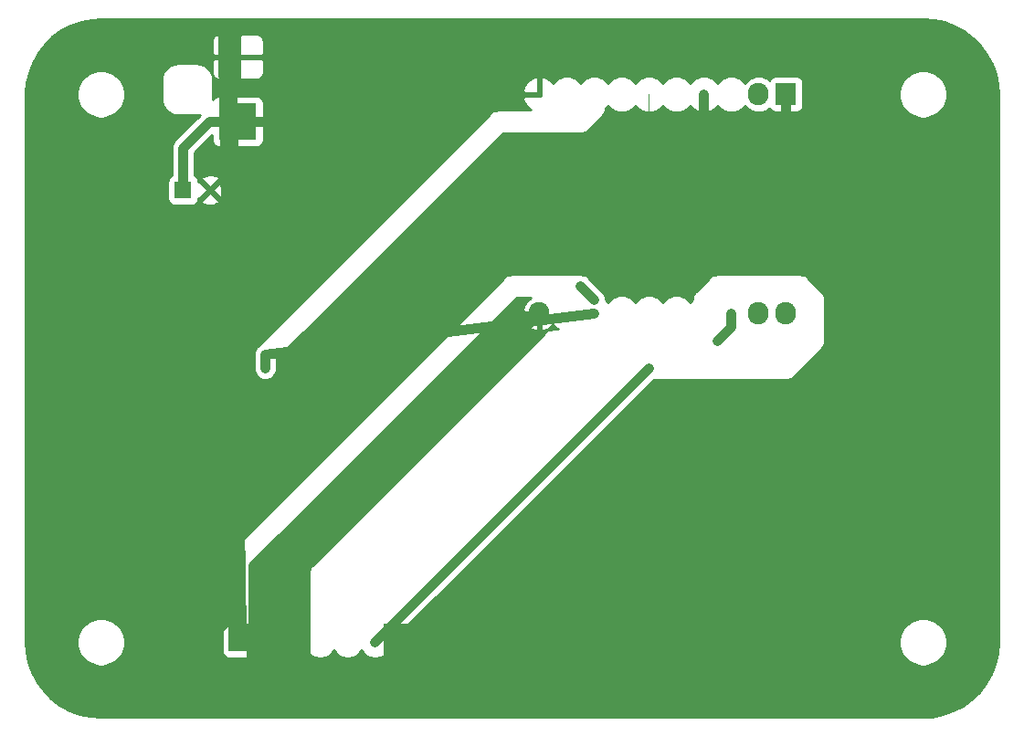
<source format=gbr>
From 88637eb1200b7d808ecd92ad45880f9c76cf190b Mon Sep 17 00:00:00 2001
From: Blaise Thompson <blaise@untzag.com>
Date: Tue, 13 Apr 2021 14:23:03 -0500
Subject: revisionB

---
 gerber/weather-B_Cu.gbr | 2066 +++++++++++++++++++++++++++++++++++++++++++++--
 1 file changed, 2006 insertions(+), 60 deletions(-)

(limited to 'gerber/weather-B_Cu.gbr')

diff --git a/gerber/weather-B_Cu.gbr b/gerber/weather-B_Cu.gbr
index b4a48a3..f51f468 100644
--- a/gerber/weather-B_Cu.gbr
+++ b/gerber/weather-B_Cu.gbr
@@ -1,12 +1,12 @@
 %TF.GenerationSoftware,KiCad,Pcbnew,5.1.8+dfsg1-1+b1*%
-%TF.CreationDate,2020-12-29T15:19:21-06:00*%
-%TF.ProjectId,weather,77656174-6865-4722-9e6b-696361645f70,1.1.0*%
+%TF.CreationDate,2021-04-12T18:27:31-05:00*%
+%TF.ProjectId,weather,77656174-6865-4722-9e6b-696361645f70,B*%
 %TF.SameCoordinates,Original*%
 %TF.FileFunction,Copper,L2,Bot*%
 %TF.FilePolarity,Positive*%
 %FSLAX46Y46*%
 G04 Gerber Fmt 4.6, Leading zero omitted, Abs format (unit mm)*
-G04 Created by KiCad (PCBNEW 5.1.8+dfsg1-1+b1) date 2020-12-29 15:19:21*
+G04 Created by KiCad (PCBNEW 5.1.8+dfsg1-1+b1) date 2021-04-12 18:27:31*
 %MOMM*%
 %LPD*%
 G01*
@@ -18,55 +18,43 @@ G04 APERTURE LIST*
 %ADD11R,1.600000X1.600000*%
 %TD*%
 %TA.AperFunction,ComponentPad*%
-%ADD12R,1.500000X1.050000*%
+%ADD12O,1.700000X1.700000*%
 %TD*%
 %TA.AperFunction,ComponentPad*%
-%ADD13O,1.500000X1.050000*%
+%ADD13R,1.700000X1.700000*%
 %TD*%
 %TA.AperFunction,ComponentPad*%
-%ADD14O,1.700000X1.700000*%
+%ADD14R,3.500000X3.500000*%
 %TD*%
 %TA.AperFunction,ComponentPad*%
-%ADD15R,1.700000X1.700000*%
+%ADD15O,1.900000X2.100000*%
 %TD*%
 %TA.AperFunction,ComponentPad*%
-%ADD16R,3.500000X3.500000*%
+%ADD16R,1.900000X2.100000*%
 %TD*%
-%TA.AperFunction,ComponentPad*%
-%ADD17O,1.900000X2.100000*%
+%TA.AperFunction,ViaPad*%
+%ADD17C,0.800000*%
 %TD*%
-%TA.AperFunction,ComponentPad*%
-%ADD18R,1.900000X2.100000*%
+%TA.AperFunction,Conductor*%
+%ADD18C,0.889000*%
 %TD*%
-%TA.AperFunction,ViaPad*%
-%ADD19C,0.800000*%
+%TA.AperFunction,Conductor*%
+%ADD19C,0.254000*%
 %TD*%
 %TA.AperFunction,Conductor*%
-%ADD20C,0.889000*%
+%ADD20C,0.100000*%
 %TD*%
 G04 APERTURE END LIST*
 D10*
 %TO.P,C1,2*%
 %TO.N,GND*%
-X76160000Y-53340000D03*
+X60920000Y-59690000D03*
 D11*
 %TO.P,C1,1*%
 %TO.N,Net-(C1-Pad1)*%
-X73660000Y-53340000D03*
+X58420000Y-59690000D03*
 %TD*%
 D12*
-%TO.P,Q1,1*%
-%TO.N,GND*%
-X127000000Y-62230000D03*
-D13*
-%TO.P,Q1,3*%
-%TO.N,Net-(D2-Pad1)*%
-X127000000Y-64770000D03*
-%TO.P,Q1,2*%
-%TO.N,Net-(A1-Pad6)*%
-X127000000Y-63500000D03*
-%TD*%
-D14*
 %TO.P,U1,7*%
 %TO.N,N/C*%
 X78740000Y-101600000D03*
@@ -85,7 +73,7 @@ X68580000Y-101600000D03*
 %TO.P,U1,2*%
 %TO.N,N/C*%
 X66040000Y-101600000D03*
-D15*
+D13*
 %TO.P,U1,1*%
 %TO.N,+3V3*%
 X63500000Y-101600000D03*
@@ -146,12 +134,12 @@ X62500000Y-45840000I750000J0D01*
 G01*
 G37*
 %TD.AperFunction*%
-D16*
+D14*
 %TO.P,J1,1*%
 %TO.N,Net-(C1-Pad1)*%
 X63500000Y-53340000D03*
 %TD*%
-D17*
+D15*
 %TO.P,A1,11*%
 %TO.N,GND*%
 X91440000Y-71120000D03*
@@ -201,23 +189,16 @@ X111760000Y-71120000D03*
 X111760000Y-50800000D03*
 %TO.P,A1,20*%
 X114300000Y-71120000D03*
-D18*
+D16*
 %TO.P,A1,1*%
 %TO.N,Net-(A1-Pad1)*%
 X114300000Y-50800000D03*
 %TD*%
-D19*
+D17*
 %TO.N,+5V*%
 X66040000Y-76200000D03*
 %TD*%
-D20*
-%TO.N,Net-(A1-Pad6)*%
-X127000000Y-63500000D02*
-X110490000Y-63500000D01*
-X101600000Y-54610000D02*
-X101600000Y-50800000D01*
-X110490000Y-63500000D02*
-X101600000Y-54610000D01*
+D18*
 %TO.N,Net-(A1-Pad17)*%
 X76200000Y-101600000D02*
 X101600000Y-76200000D01*
@@ -246,22 +227,6 @@ X109220000Y-72390000D02*
 X109220000Y-71120000D01*
 X107950000Y-73660000D02*
 X109220000Y-72390000D01*
-%TO.N,Net-(A1-Pad1)*%
-X106680000Y-50800000D02*
-X106680000Y-53340000D01*
-X106680000Y-53340000D02*
-X107950000Y-54610000D01*
-X107950000Y-54610000D02*
-X113030000Y-54610000D01*
-X113030000Y-54610000D02*
-X114300000Y-53340000D01*
-X114300000Y-53340000D02*
-X114300000Y-50800000D01*
-%TO.N,GND*%
-X68580000Y-93980000D02*
-X91440000Y-71120000D01*
-X68580000Y-101600000D02*
-X68580000Y-93980000D01*
 %TO.N,+5V*%
 X66040000Y-76200000D02*
 X66040000Y-74930000D01*
@@ -285,7 +250,1988 @@ X96520000Y-71120000D01*
 X95250000Y-68580000D02*
 X96520000Y-69850000D01*
 %TO.N,Net-(C1-Pad1)*%
-X73660000Y-53340000D02*
-X63500000Y-53340000D01*
+X58420000Y-55781000D02*
+X58420000Y-59690000D01*
+X60861000Y-53340000D02*
+X58420000Y-55781000D01*
+X63500000Y-53340000D02*
+X60861000Y-53340000D01*
+%TD*%
+D19*
+%TO.N,GND*%
+X128004470Y-43914617D02*
+X128987898Y-44131739D01*
+X129929675Y-44488546D01*
+X130810095Y-44977575D01*
+X131610687Y-45588569D01*
+X132314694Y-46308732D01*
+X132907370Y-47122987D01*
+X133376296Y-48014269D01*
+X133711647Y-48963900D01*
+X133907127Y-49955692D01*
+X133960000Y-50820164D01*
+X133960001Y-101576080D01*
+X133885382Y-102604470D01*
+X133668262Y-103587896D01*
+X133311454Y-104529675D01*
+X132822424Y-105410095D01*
+X132211435Y-106210684D01*
+X131491268Y-106914694D01*
+X130677013Y-107507370D01*
+X129785731Y-107976296D01*
+X128836099Y-108311647D01*
+X127844309Y-108507127D01*
+X126979835Y-108560000D01*
+X50823906Y-108560000D01*
+X49795530Y-108485382D01*
+X48812104Y-108268262D01*
+X47870325Y-107911454D01*
+X46989905Y-107422424D01*
+X46189316Y-106811435D01*
+X45485306Y-106091268D01*
+X44892630Y-105277013D01*
+X44423704Y-104385731D01*
+X44088353Y-103436099D01*
+X43892873Y-102444309D01*
+X43840000Y-101579835D01*
+X43840000Y-101379872D01*
+X48565000Y-101379872D01*
+X48565000Y-101820128D01*
+X48650890Y-102251925D01*
+X48819369Y-102658669D01*
+X49063962Y-103024729D01*
+X49375271Y-103336038D01*
+X49741331Y-103580631D01*
+X50148075Y-103749110D01*
+X50579872Y-103835000D01*
+X51020128Y-103835000D01*
+X51451925Y-103749110D01*
+X51858669Y-103580631D01*
+X52224729Y-103336038D01*
+X52536038Y-103024729D01*
+X52780631Y-102658669D01*
+X52949110Y-102251925D01*
+X53035000Y-101820128D01*
+X53035000Y-101379872D01*
+X52949110Y-100948075D01*
+X52867065Y-100750000D01*
+X62011928Y-100750000D01*
+X62011928Y-102450000D01*
+X62024188Y-102574482D01*
+X62060498Y-102694180D01*
+X62119463Y-102804494D01*
+X62198815Y-102901185D01*
+X62295506Y-102980537D01*
+X62405820Y-103039502D01*
+X62525518Y-103075812D01*
+X62650000Y-103088072D01*
+X64350000Y-103088072D01*
+X64474482Y-103075812D01*
+X64594180Y-103039502D01*
+X64704494Y-102980537D01*
+X64801185Y-102901185D01*
+X64880537Y-102804494D01*
+X64939502Y-102694180D01*
+X64961513Y-102621620D01*
+X65093368Y-102753475D01*
+X65336589Y-102915990D01*
+X65606842Y-103027932D01*
+X65893740Y-103085000D01*
+X66186260Y-103085000D01*
+X66473158Y-103027932D01*
+X66743411Y-102915990D01*
+X66986632Y-102753475D01*
+X67193475Y-102546632D01*
+X67315195Y-102364466D01*
+X67384822Y-102481355D01*
+X67579731Y-102697588D01*
+X67813080Y-102871641D01*
+X68075901Y-102996825D01*
+X68223110Y-103041476D01*
+X68453000Y-102920155D01*
+X68453000Y-101727000D01*
+X68433000Y-101727000D01*
+X68433000Y-101473000D01*
+X68453000Y-101473000D01*
+X68453000Y-100279845D01*
+X68223110Y-100158524D01*
+X68075901Y-100203175D01*
+X67813080Y-100328359D01*
+X67579731Y-100502412D01*
+X67384822Y-100718645D01*
+X67315195Y-100835534D01*
+X67193475Y-100653368D01*
+X66986632Y-100446525D01*
+X66743411Y-100284010D01*
+X66473158Y-100172068D01*
+X66186260Y-100115000D01*
+X65893740Y-100115000D01*
+X65606842Y-100172068D01*
+X65336589Y-100284010D01*
+X65093368Y-100446525D01*
+X64961513Y-100578380D01*
+X64939502Y-100505820D01*
+X64880537Y-100395506D01*
+X64801185Y-100298815D01*
+X64704494Y-100219463D01*
+X64594180Y-100160498D01*
+X64579500Y-100156045D01*
+X64579500Y-94427142D01*
+X87512195Y-71494447D01*
+X89879805Y-71494447D01*
+X89963326Y-71793553D01*
+X90103595Y-72070617D01*
+X90295221Y-72314992D01*
+X90530840Y-72517287D01*
+X90801397Y-72669728D01*
+X91067412Y-72760586D01*
+X91313000Y-72640584D01*
+X91313000Y-71247000D01*
+X90014831Y-71247000D01*
+X89879805Y-71494447D01*
+X87512195Y-71494447D01*
+X89347143Y-69659500D01*
+X90643032Y-69659500D01*
+X90530840Y-69722713D01*
+X90295221Y-69925008D01*
+X90103595Y-70169383D01*
+X89963326Y-70446447D01*
+X89879805Y-70745553D01*
+X90014831Y-70993000D01*
+X91313000Y-70993000D01*
+X91313000Y-70973000D01*
+X91567000Y-70973000D01*
+X91567000Y-70993000D01*
+X91587000Y-70993000D01*
+X91587000Y-71247000D01*
+X91567000Y-71247000D01*
+X91567000Y-72640584D01*
+X91812588Y-72760586D01*
+X92078603Y-72669728D01*
+X92349160Y-72517287D01*
+X92584779Y-72314992D01*
+X92703725Y-72163303D01*
+X92853813Y-72346187D01*
+X93095161Y-72544256D01*
+X93162969Y-72580500D01*
+X92763029Y-72580500D01*
+X92710000Y-72575277D01*
+X92656971Y-72580500D01*
+X92498381Y-72596120D01*
+X92294894Y-72657847D01*
+X92107360Y-72758086D01*
+X91942985Y-72892985D01*
+X91909182Y-72934174D01*
+X70394180Y-94449178D01*
+X70352986Y-94482985D01*
+X70218087Y-94647360D01*
+X70164821Y-94747014D01*
+X70117847Y-94834896D01*
+X70056120Y-95038382D01*
+X70035277Y-95250000D01*
+X70040501Y-95303039D01*
+X70040500Y-100579393D01*
+X69966525Y-100653368D01*
+X69844805Y-100835534D01*
+X69775178Y-100718645D01*
+X69580269Y-100502412D01*
+X69346920Y-100328359D01*
+X69084099Y-100203175D01*
+X68936890Y-100158524D01*
+X68707000Y-100279845D01*
+X68707000Y-101473000D01*
+X68727000Y-101473000D01*
+X68727000Y-101727000D01*
+X68707000Y-101727000D01*
+X68707000Y-102920155D01*
+X68936890Y-103041476D01*
+X69084099Y-102996825D01*
+X69346920Y-102871641D01*
+X69580269Y-102697588D01*
+X69775178Y-102481355D01*
+X69844805Y-102364466D01*
+X69966525Y-102546632D01*
+X70173368Y-102753475D01*
+X70416589Y-102915990D01*
+X70686842Y-103027932D01*
+X70973740Y-103085000D01*
+X71266260Y-103085000D01*
+X71553158Y-103027932D01*
+X71823411Y-102915990D01*
+X72066632Y-102753475D01*
+X72273475Y-102546632D01*
+X72390000Y-102372240D01*
+X72506525Y-102546632D01*
+X72713368Y-102753475D01*
+X72956589Y-102915990D01*
+X73226842Y-103027932D01*
+X73513740Y-103085000D01*
+X73806260Y-103085000D01*
+X74093158Y-103027932D01*
+X74363411Y-102915990D01*
+X74606632Y-102753475D01*
+X74813475Y-102546632D01*
+X74930000Y-102372240D01*
+X75046525Y-102546632D01*
+X75253368Y-102753475D01*
+X75496589Y-102915990D01*
+X75766842Y-103027932D01*
+X76053740Y-103085000D01*
+X76346260Y-103085000D01*
+X76633158Y-103027932D01*
+X76903411Y-102915990D01*
+X77146632Y-102753475D01*
+X77353475Y-102546632D01*
+X77470000Y-102372240D01*
+X77586525Y-102546632D01*
+X77793368Y-102753475D01*
+X78036589Y-102915990D01*
+X78306842Y-103027932D01*
+X78593740Y-103085000D01*
+X78886260Y-103085000D01*
+X79173158Y-103027932D01*
+X79443411Y-102915990D01*
+X79686632Y-102753475D01*
+X79893475Y-102546632D01*
+X80055990Y-102303411D01*
+X80167932Y-102033158D01*
+X80225000Y-101746260D01*
+X80225000Y-101453740D01*
+X80210307Y-101379872D01*
+X124765000Y-101379872D01*
+X124765000Y-101820128D01*
+X124850890Y-102251925D01*
+X125019369Y-102658669D01*
+X125263962Y-103024729D01*
+X125575271Y-103336038D01*
+X125941331Y-103580631D01*
+X126348075Y-103749110D01*
+X126779872Y-103835000D01*
+X127220128Y-103835000D01*
+X127651925Y-103749110D01*
+X128058669Y-103580631D01*
+X128424729Y-103336038D01*
+X128736038Y-103024729D01*
+X128980631Y-102658669D01*
+X129149110Y-102251925D01*
+X129235000Y-101820128D01*
+X129235000Y-101379872D01*
+X129149110Y-100948075D01*
+X128980631Y-100541331D01*
+X128736038Y-100175271D01*
+X128424729Y-99863962D01*
+X128058669Y-99619369D01*
+X127651925Y-99450890D01*
+X127220128Y-99365000D01*
+X126779872Y-99365000D01*
+X126348075Y-99450890D01*
+X125941331Y-99619369D01*
+X125575271Y-99863962D01*
+X125263962Y-100175271D01*
+X125019369Y-100541331D01*
+X124850890Y-100948075D01*
+X124765000Y-101379872D01*
+X80210307Y-101379872D01*
+X80167932Y-101166842D01*
+X80055990Y-100896589D01*
+X79893475Y-100653368D01*
+X79686632Y-100446525D01*
+X79443411Y-100284010D01*
+X79173158Y-100172068D01*
+X79157657Y-100168985D01*
+X102047143Y-77279500D01*
+X114246971Y-77279500D01*
+X114300000Y-77284723D01*
+X114353029Y-77279500D01*
+X114511619Y-77263880D01*
+X114715106Y-77202153D01*
+X114902640Y-77101914D01*
+X115067015Y-76967015D01*
+X115100827Y-76925815D01*
+X117565821Y-74460822D01*
+X117607015Y-74427015D01*
+X117741914Y-74262640D01*
+X117842153Y-74075106D01*
+X117903880Y-73871619D01*
+X117919500Y-73713029D01*
+X117919500Y-73713022D01*
+X117924722Y-73660001D01*
+X117919500Y-73606979D01*
+X117919500Y-69903021D01*
+X117924722Y-69849999D01*
+X117919500Y-69796978D01*
+X117919500Y-69796971D01*
+X117903880Y-69638381D01*
+X117842153Y-69434894D01*
+X117741914Y-69247360D01*
+X117607015Y-69082985D01*
+X117565821Y-69049178D01*
+X116370826Y-67854184D01*
+X116337015Y-67812985D01*
+X116172640Y-67678086D01*
+X115985106Y-67577847D01*
+X115781619Y-67516120D01*
+X115623029Y-67500500D01*
+X115570000Y-67495277D01*
+X115516971Y-67500500D01*
+X108003021Y-67500500D01*
+X107949999Y-67495278D01*
+X107896978Y-67500500D01*
+X107896971Y-67500500D01*
+X107738381Y-67516120D01*
+X107534894Y-67577847D01*
+X107347360Y-67678086D01*
+X107182985Y-67812985D01*
+X107149178Y-67854179D01*
+X105954184Y-69049174D01*
+X105912985Y-69082985D01*
+X105778086Y-69247360D01*
+X105677847Y-69434895D01*
+X105663584Y-69481914D01*
+X105616120Y-69638382D01*
+X105595277Y-69850000D01*
+X105596169Y-69859053D01*
+X105553813Y-69893813D01*
+X105410000Y-70069050D01*
+X105266187Y-69893813D01*
+X105024839Y-69695744D01*
+X104749488Y-69548566D01*
+X104450714Y-69457934D01*
+X104140000Y-69427331D01*
+X103829287Y-69457934D01*
+X103530513Y-69548566D01*
+X103255162Y-69695744D01*
+X103013813Y-69893813D01*
+X102870000Y-70069050D01*
+X102726187Y-69893813D01*
+X102484839Y-69695744D01*
+X102209488Y-69548566D01*
+X101910714Y-69457934D01*
+X101600000Y-69427331D01*
+X101289287Y-69457934D01*
+X100990513Y-69548566D01*
+X100715162Y-69695744D01*
+X100473813Y-69893813D01*
+X100330000Y-70069050D01*
+X100186187Y-69893813D01*
+X99944839Y-69695744D01*
+X99669488Y-69548566D01*
+X99370714Y-69457934D01*
+X99060000Y-69427331D01*
+X98749287Y-69457934D01*
+X98450513Y-69548566D01*
+X98175162Y-69695744D01*
+X97933813Y-69893813D01*
+X97790000Y-70069050D01*
+X97646187Y-69893813D01*
+X97603830Y-69859052D01*
+X97604722Y-69849999D01*
+X97599500Y-69796978D01*
+X97599500Y-69796971D01*
+X97583880Y-69638381D01*
+X97522153Y-69434894D01*
+X97421914Y-69247360D01*
+X97287015Y-69082985D01*
+X97245821Y-69049178D01*
+X96050826Y-67854184D01*
+X96017015Y-67812985D01*
+X95852640Y-67678086D01*
+X95665106Y-67577847D01*
+X95461619Y-67516120D01*
+X95303029Y-67500500D01*
+X95250000Y-67495277D01*
+X95196971Y-67500500D01*
+X88953018Y-67500500D01*
+X88899999Y-67495278D01*
+X88846980Y-67500500D01*
+X88846971Y-67500500D01*
+X88688381Y-67516120D01*
+X88484894Y-67577847D01*
+X88297360Y-67678086D01*
+X88132985Y-67812985D01*
+X88099178Y-67854179D01*
+X62774180Y-93179178D01*
+X62732986Y-93212985D01*
+X62598087Y-93377360D01*
+X62497848Y-93564894D01*
+X62497847Y-93564896D01*
+X62436120Y-93768382D01*
+X62415277Y-93980000D01*
+X62420501Y-94033039D01*
+X62420500Y-100156045D01*
+X62405820Y-100160498D01*
+X62295506Y-100219463D01*
+X62198815Y-100298815D01*
+X62119463Y-100395506D01*
+X62060498Y-100505820D01*
+X62024188Y-100625518D01*
+X62011928Y-100750000D01*
+X52867065Y-100750000D01*
+X52780631Y-100541331D01*
+X52536038Y-100175271D01*
+X52224729Y-99863962D01*
+X51858669Y-99619369D01*
+X51451925Y-99450890D01*
+X51020128Y-99365000D01*
+X50579872Y-99365000D01*
+X50148075Y-99450890D01*
+X49741331Y-99619369D01*
+X49375271Y-99863962D01*
+X49063962Y-100175271D01*
+X48819369Y-100541331D01*
+X48650890Y-100948075D01*
+X48565000Y-101379872D01*
+X43840000Y-101379872D01*
+X43840000Y-74930000D01*
+X64955277Y-74930000D01*
+X64960500Y-74983029D01*
+X64960500Y-76253028D01*
+X64976120Y-76411618D01*
+X65037847Y-76615105D01*
+X65138086Y-76802640D01*
+X65272985Y-76967015D01*
+X65437360Y-77101914D01*
+X65624894Y-77202153D01*
+X65828381Y-77263880D01*
+X66040000Y-77284723D01*
+X66251618Y-77263880D01*
+X66455105Y-77202153D01*
+X66642640Y-77101914D01*
+X66807015Y-76967015D01*
+X66941914Y-76802640D01*
+X67042153Y-76615106D01*
+X67103880Y-76411619D01*
+X67119500Y-76253029D01*
+X67119500Y-75377142D01*
+X88077144Y-54419500D01*
+X95196971Y-54419500D01*
+X95250000Y-54424723D01*
+X95303029Y-54419500D01*
+X95461619Y-54403880D01*
+X95665106Y-54342153D01*
+X95852640Y-54241914D01*
+X96017015Y-54107015D01*
+X96050826Y-54065816D01*
+X97245821Y-52870822D01*
+X97287015Y-52837015D01*
+X97421914Y-52672640D01*
+X97522153Y-52485106D01*
+X97583880Y-52281619D01*
+X97599500Y-52123029D01*
+X97599500Y-52123022D01*
+X97604722Y-52070001D01*
+X97603830Y-52060948D01*
+X97646187Y-52026187D01*
+X97790000Y-51850950D01*
+X97933813Y-52026187D01*
+X98175161Y-52224256D01*
+X98450512Y-52371434D01*
+X98749286Y-52462066D01*
+X99060000Y-52492669D01*
+X99370713Y-52462066D01*
+X99669487Y-52371434D01*
+X99944838Y-52224256D01*
+X100186187Y-52026187D01*
+X100330000Y-51850950D01*
+X100473813Y-52026187D01*
+X100715161Y-52224256D01*
+X100990512Y-52371434D01*
+X101289286Y-52462066D01*
+X101600000Y-52492669D01*
+X101910713Y-52462066D01*
+X102209487Y-52371434D01*
+X102484838Y-52224256D01*
+X102726187Y-52026187D01*
+X102870000Y-51850950D01*
+X103013813Y-52026187D01*
+X103255161Y-52224256D01*
+X103530512Y-52371434D01*
+X103829286Y-52462066D01*
+X104140000Y-52492669D01*
+X104450713Y-52462066D01*
+X104749487Y-52371434D01*
+X105024838Y-52224256D01*
+X105266187Y-52026187D01*
+X105410000Y-51850950D01*
+X105553813Y-52026187D01*
+X105795161Y-52224256D01*
+X106070512Y-52371434D01*
+X106369286Y-52462066D01*
+X106680000Y-52492669D01*
+X106990713Y-52462066D01*
+X107289487Y-52371434D01*
+X107564838Y-52224256D01*
+X107806187Y-52026187D01*
+X107950000Y-51850950D01*
+X108093813Y-52026187D01*
+X108335161Y-52224256D01*
+X108610512Y-52371434D01*
+X108909286Y-52462066D01*
+X109220000Y-52492669D01*
+X109530713Y-52462066D01*
+X109829487Y-52371434D01*
+X110104838Y-52224256D01*
+X110346187Y-52026187D01*
+X110490000Y-51850950D01*
+X110633813Y-52026187D01*
+X110875161Y-52224256D01*
+X111150512Y-52371434D01*
+X111449286Y-52462066D01*
+X111760000Y-52492669D01*
+X112070713Y-52462066D01*
+X112369487Y-52371434D01*
+X112644838Y-52224256D01*
+X112773560Y-52118617D01*
+X112819463Y-52204494D01*
+X112898815Y-52301185D01*
+X112995506Y-52380537D01*
+X113105820Y-52439502D01*
+X113225518Y-52475812D01*
+X113350000Y-52488072D01*
+X115250000Y-52488072D01*
+X115374482Y-52475812D01*
+X115494180Y-52439502D01*
+X115604494Y-52380537D01*
+X115701185Y-52301185D01*
+X115780537Y-52204494D01*
+X115839502Y-52094180D01*
+X115875812Y-51974482D01*
+X115888072Y-51850000D01*
+X115888072Y-50579872D01*
+X124765000Y-50579872D01*
+X124765000Y-51020128D01*
+X124850890Y-51451925D01*
+X125019369Y-51858669D01*
+X125263962Y-52224729D01*
+X125575271Y-52536038D01*
+X125941331Y-52780631D01*
+X126348075Y-52949110D01*
+X126779872Y-53035000D01*
+X127220128Y-53035000D01*
+X127651925Y-52949110D01*
+X128058669Y-52780631D01*
+X128424729Y-52536038D01*
+X128736038Y-52224729D01*
+X128980631Y-51858669D01*
+X129149110Y-51451925D01*
+X129235000Y-51020128D01*
+X129235000Y-50579872D01*
+X129149110Y-50148075D01*
+X128980631Y-49741331D01*
+X128736038Y-49375271D01*
+X128424729Y-49063962D01*
+X128058669Y-48819369D01*
+X127651925Y-48650890D01*
+X127220128Y-48565000D01*
+X126779872Y-48565000D01*
+X126348075Y-48650890D01*
+X125941331Y-48819369D01*
+X125575271Y-49063962D01*
+X125263962Y-49375271D01*
+X125019369Y-49741331D01*
+X124850890Y-50148075D01*
+X124765000Y-50579872D01*
+X115888072Y-50579872D01*
+X115888072Y-49750000D01*
+X115875812Y-49625518D01*
+X115839502Y-49505820D01*
+X115780537Y-49395506D01*
+X115701185Y-49298815D01*
+X115604494Y-49219463D01*
+X115494180Y-49160498D01*
+X115374482Y-49124188D01*
+X115250000Y-49111928D01*
+X113350000Y-49111928D01*
+X113225518Y-49124188D01*
+X113105820Y-49160498D01*
+X112995506Y-49219463D01*
+X112898815Y-49298815D01*
+X112819463Y-49395506D01*
+X112773560Y-49481383D01*
+X112644839Y-49375744D01*
+X112369488Y-49228566D01*
+X112070714Y-49137934D01*
+X111760000Y-49107331D01*
+X111449287Y-49137934D01*
+X111150513Y-49228566D01*
+X110875162Y-49375744D01*
+X110633813Y-49573813D01*
+X110490000Y-49749050D01*
+X110346187Y-49573813D01*
+X110104839Y-49375744D01*
+X109829488Y-49228566D01*
+X109530714Y-49137934D01*
+X109220000Y-49107331D01*
+X108909287Y-49137934D01*
+X108610513Y-49228566D01*
+X108335162Y-49375744D01*
+X108093813Y-49573813D01*
+X107950000Y-49749050D01*
+X107806187Y-49573813D01*
+X107564839Y-49375744D01*
+X107289488Y-49228566D01*
+X106990714Y-49137934D01*
+X106680000Y-49107331D01*
+X106369287Y-49137934D01*
+X106070513Y-49228566D01*
+X105795162Y-49375744D01*
+X105553813Y-49573813D01*
+X105410000Y-49749050D01*
+X105266187Y-49573813D01*
+X105024839Y-49375744D01*
+X104749488Y-49228566D01*
+X104450714Y-49137934D01*
+X104140000Y-49107331D01*
+X103829287Y-49137934D01*
+X103530513Y-49228566D01*
+X103255162Y-49375744D01*
+X103013813Y-49573813D01*
+X102870000Y-49749050D01*
+X102726187Y-49573813D01*
+X102484839Y-49375744D01*
+X102209488Y-49228566D01*
+X101910714Y-49137934D01*
+X101600000Y-49107331D01*
+X101289287Y-49137934D01*
+X100990513Y-49228566D01*
+X100715162Y-49375744D01*
+X100473813Y-49573813D01*
+X100330000Y-49749050D01*
+X100186187Y-49573813D01*
+X99944839Y-49375744D01*
+X99669488Y-49228566D01*
+X99370714Y-49137934D01*
+X99060000Y-49107331D01*
+X98749287Y-49137934D01*
+X98450513Y-49228566D01*
+X98175162Y-49375744D01*
+X97933813Y-49573813D01*
+X97790000Y-49749050D01*
+X97646187Y-49573813D01*
+X97404839Y-49375744D01*
+X97129488Y-49228566D01*
+X96830714Y-49137934D01*
+X96520000Y-49107331D01*
+X96209287Y-49137934D01*
+X95910513Y-49228566D01*
+X95635162Y-49375744D01*
+X95393813Y-49573813D01*
+X95250000Y-49749050D01*
+X95106187Y-49573813D01*
+X94864839Y-49375744D01*
+X94589488Y-49228566D01*
+X94290714Y-49137934D01*
+X93980000Y-49107331D01*
+X93669287Y-49137934D01*
+X93370513Y-49228566D01*
+X93095162Y-49375744D01*
+X92853813Y-49573813D01*
+X92703725Y-49756696D01*
+X92584779Y-49605008D01*
+X92349160Y-49402713D01*
+X92078603Y-49250272D01*
+X91812588Y-49159414D01*
+X91567000Y-49279416D01*
+X91567000Y-50673000D01*
+X91587000Y-50673000D01*
+X91587000Y-50927000D01*
+X91567000Y-50927000D01*
+X91567000Y-50947000D01*
+X91313000Y-50947000D01*
+X91313000Y-50927000D01*
+X90014831Y-50927000D01*
+X89879805Y-51174447D01*
+X89963326Y-51473553D01*
+X90103595Y-51750617D01*
+X90295221Y-51994992D01*
+X90530840Y-52197287D01*
+X90643032Y-52260500D01*
+X87683029Y-52260500D01*
+X87630000Y-52255277D01*
+X87576971Y-52260500D01*
+X87418381Y-52276120D01*
+X87214894Y-52337847D01*
+X87027360Y-52438086D01*
+X86862985Y-52572985D01*
+X86829182Y-52614174D01*
+X65314180Y-74129178D01*
+X65272986Y-74162985D01*
+X65138087Y-74327360D01*
+X65037848Y-74514894D01*
+X64976120Y-74718381D01*
+X64960500Y-74876971D01*
+X64955277Y-74930000D01*
+X43840000Y-74930000D01*
+X43840000Y-50823920D01*
+X43857707Y-50579872D01*
+X48565000Y-50579872D01*
+X48565000Y-51020128D01*
+X48650890Y-51451925D01*
+X48819369Y-51858669D01*
+X49063962Y-52224729D01*
+X49375271Y-52536038D01*
+X49741331Y-52780631D01*
+X50148075Y-52949110D01*
+X50579872Y-53035000D01*
+X51020128Y-53035000D01*
+X51451925Y-52949110D01*
+X51858669Y-52780631D01*
+X52224729Y-52536038D01*
+X52536038Y-52224729D01*
+X52780631Y-51858669D01*
+X52949110Y-51451925D01*
+X53035000Y-51020128D01*
+X53035000Y-50579872D01*
+X52949110Y-50148075D01*
+X52780631Y-49741331D01*
+X52595993Y-49465000D01*
+X56411928Y-49465000D01*
+X56411928Y-51215000D01*
+X56441001Y-51510186D01*
+X56527104Y-51794028D01*
+X56666927Y-52055618D01*
+X56855097Y-52284903D01*
+X57084382Y-52473073D01*
+X57345972Y-52612896D01*
+X57629814Y-52698999D01*
+X57925000Y-52728072D01*
+X59675000Y-52728072D01*
+X59970186Y-52698999D01*
+X59977610Y-52696747D01*
+X57694185Y-54980173D01*
+X57652985Y-55013985D01*
+X57518086Y-55178360D01*
+X57417847Y-55365895D01*
+X57417847Y-55365896D01*
+X57356120Y-55569382D01*
+X57335277Y-55781000D01*
+X57340500Y-55834029D01*
+X57340501Y-58319377D01*
+X57265506Y-58359463D01*
+X57168815Y-58438815D01*
+X57089463Y-58535506D01*
+X57030498Y-58645820D01*
+X56994188Y-58765518D01*
+X56981928Y-58890000D01*
+X56981928Y-60490000D01*
+X56994188Y-60614482D01*
+X57030498Y-60734180D01*
+X57089463Y-60844494D01*
+X57168815Y-60941185D01*
+X57265506Y-61020537D01*
+X57375820Y-61079502D01*
+X57495518Y-61115812D01*
+X57620000Y-61128072D01*
+X59220000Y-61128072D01*
+X59344482Y-61115812D01*
+X59464180Y-61079502D01*
+X59574494Y-61020537D01*
+X59671185Y-60941185D01*
+X59750537Y-60844494D01*
+X59809502Y-60734180D01*
+X59825117Y-60682702D01*
+X60106903Y-60682702D01*
+X60178486Y-60926671D01*
+X60433996Y-61047571D01*
+X60708184Y-61116300D01*
+X60990512Y-61130217D01*
+X61270130Y-61088787D01*
+X61536292Y-60993603D01*
+X61661514Y-60926671D01*
+X61733097Y-60682702D01*
+X60920000Y-59869605D01*
+X60106903Y-60682702D01*
+X59825117Y-60682702D01*
+X59845812Y-60614482D01*
+X59858072Y-60490000D01*
+X59858072Y-60482785D01*
+X59927298Y-60503097D01*
+X60740395Y-59690000D01*
+X61099605Y-59690000D01*
+X61912702Y-60503097D01*
+X62156671Y-60431514D01*
+X62277571Y-60176004D01*
+X62346300Y-59901816D01*
+X62360217Y-59619488D01*
+X62318787Y-59339870D01*
+X62223603Y-59073708D01*
+X62156671Y-58948486D01*
+X61912702Y-58876903D01*
+X61099605Y-59690000D01*
+X60740395Y-59690000D01*
+X59927298Y-58876903D01*
+X59858072Y-58897215D01*
+X59858072Y-58890000D01*
+X59845812Y-58765518D01*
+X59825118Y-58697298D01*
+X60106903Y-58697298D01*
+X60920000Y-59510395D01*
+X61733097Y-58697298D01*
+X61661514Y-58453329D01*
+X61406004Y-58332429D01*
+X61131816Y-58263700D01*
+X60849488Y-58249783D01*
+X60569870Y-58291213D01*
+X60303708Y-58386397D01*
+X60178486Y-58453329D01*
+X60106903Y-58697298D01*
+X59825118Y-58697298D01*
+X59809502Y-58645820D01*
+X59750537Y-58535506D01*
+X59671185Y-58438815D01*
+X59574494Y-58359463D01*
+X59499500Y-58319377D01*
+X59499500Y-56228142D01*
+X61111928Y-54615715D01*
+X61111928Y-55090000D01*
+X61124188Y-55214482D01*
+X61160498Y-55334180D01*
+X61219463Y-55444494D01*
+X61298815Y-55541185D01*
+X61395506Y-55620537D01*
+X61505820Y-55679502D01*
+X61625518Y-55715812D01*
+X61750000Y-55728072D01*
+X65250000Y-55728072D01*
+X65374482Y-55715812D01*
+X65494180Y-55679502D01*
+X65604494Y-55620537D01*
+X65701185Y-55541185D01*
+X65780537Y-55444494D01*
+X65839502Y-55334180D01*
+X65875812Y-55214482D01*
+X65888072Y-55090000D01*
+X65888072Y-51590000D01*
+X65875812Y-51465518D01*
+X65839502Y-51345820D01*
+X65780537Y-51235506D01*
+X65701185Y-51138815D01*
+X65604494Y-51059463D01*
+X65494180Y-51000498D01*
+X65374482Y-50964188D01*
+X65250000Y-50951928D01*
+X61750000Y-50951928D01*
+X61625518Y-50964188D01*
+X61505820Y-51000498D01*
+X61395506Y-51059463D01*
+X61298815Y-51138815D01*
+X61219463Y-51235506D01*
+X61178506Y-51312131D01*
+X61188072Y-51215000D01*
+X61188072Y-50425553D01*
+X89879805Y-50425553D01*
+X90014831Y-50673000D01*
+X91313000Y-50673000D01*
+X91313000Y-49279416D01*
+X91067412Y-49159414D01*
+X90801397Y-49250272D01*
+X90530840Y-49402713D01*
+X90295221Y-49605008D01*
+X90103595Y-49849383D01*
+X89963326Y-50126447D01*
+X89879805Y-50425553D01*
+X61188072Y-50425553D01*
+X61188072Y-49465000D01*
+X61158999Y-49169814D01*
+X61072896Y-48885972D01*
+X61048324Y-48840000D01*
+X61111928Y-48840000D01*
+X61124188Y-48964482D01*
+X61160498Y-49084180D01*
+X61219463Y-49194494D01*
+X61298815Y-49291185D01*
+X61395506Y-49370537D01*
+X61505820Y-49429502D01*
+X61625518Y-49465812D01*
+X61750000Y-49478072D01*
+X63214250Y-49475000D01*
+X63373000Y-49316250D01*
+X63373000Y-47467000D01*
+X63627000Y-47467000D01*
+X63627000Y-49316250D01*
+X63785750Y-49475000D01*
+X65250000Y-49478072D01*
+X65374482Y-49465812D01*
+X65494180Y-49429502D01*
+X65604494Y-49370537D01*
+X65701185Y-49291185D01*
+X65780537Y-49194494D01*
+X65839502Y-49084180D01*
+X65875812Y-48964482D01*
+X65888072Y-48840000D01*
+X65885000Y-47625750D01*
+X65726250Y-47467000D01*
+X63627000Y-47467000D01*
+X63373000Y-47467000D01*
+X61273750Y-47467000D01*
+X61115000Y-47625750D01*
+X61111928Y-48840000D01*
+X61048324Y-48840000D01*
+X60933073Y-48624382D01*
+X60744903Y-48395097D01*
+X60515618Y-48206927D01*
+X60254028Y-48067104D01*
+X59970186Y-47981001D01*
+X59675000Y-47951928D01*
+X57925000Y-47951928D01*
+X57629814Y-47981001D01*
+X57345972Y-48067104D01*
+X57084382Y-48206927D01*
+X56855097Y-48395097D01*
+X56666927Y-48624382D01*
+X56527104Y-48885972D01*
+X56441001Y-49169814D01*
+X56411928Y-49465000D01*
+X52595993Y-49465000D01*
+X52536038Y-49375271D01*
+X52224729Y-49063962D01*
+X51858669Y-48819369D01*
+X51451925Y-48650890D01*
+X51020128Y-48565000D01*
+X50579872Y-48565000D01*
+X50148075Y-48650890D01*
+X49741331Y-48819369D01*
+X49375271Y-49063962D01*
+X49063962Y-49375271D01*
+X48819369Y-49741331D01*
+X48650890Y-50148075D01*
+X48565000Y-50579872D01*
+X43857707Y-50579872D01*
+X43914617Y-49795530D01*
+X44131739Y-48812102D01*
+X44488546Y-47870325D01*
+X44977575Y-46989905D01*
+X45588569Y-46189313D01*
+X45945898Y-45840000D01*
+X61111928Y-45840000D01*
+X61115000Y-47054250D01*
+X61273750Y-47213000D01*
+X63373000Y-47213000D01*
+X63373000Y-45363750D01*
+X63627000Y-45363750D01*
+X63627000Y-47213000D01*
+X65726250Y-47213000D01*
+X65885000Y-47054250D01*
+X65888072Y-45840000D01*
+X65875812Y-45715518D01*
+X65839502Y-45595820D01*
+X65780537Y-45485506D01*
+X65701185Y-45388815D01*
+X65604494Y-45309463D01*
+X65494180Y-45250498D01*
+X65374482Y-45214188D01*
+X65250000Y-45201928D01*
+X63785750Y-45205000D01*
+X63627000Y-45363750D01*
+X63373000Y-45363750D01*
+X63214250Y-45205000D01*
+X61750000Y-45201928D01*
+X61625518Y-45214188D01*
+X61505820Y-45250498D01*
+X61395506Y-45309463D01*
+X61298815Y-45388815D01*
+X61219463Y-45485506D01*
+X61160498Y-45595820D01*
+X61124188Y-45715518D01*
+X61111928Y-45840000D01*
+X45945898Y-45840000D01*
+X46308732Y-45485306D01*
+X47122987Y-44892630D01*
+X48014269Y-44423704D01*
+X48963900Y-44088353D01*
+X49955692Y-43892873D01*
+X50820164Y-43840000D01*
+X126976080Y-43840000D01*
+X128004470Y-43914617D01*
+%TA.AperFunction,Conductor*%
+D20*
+G36*
+X128004470Y-43914617D02*
+G01*
+X128987898Y-44131739D01*
+X129929675Y-44488546D01*
+X130810095Y-44977575D01*
+X131610687Y-45588569D01*
+X132314694Y-46308732D01*
+X132907370Y-47122987D01*
+X133376296Y-48014269D01*
+X133711647Y-48963900D01*
+X133907127Y-49955692D01*
+X133960000Y-50820164D01*
+X133960001Y-101576080D01*
+X133885382Y-102604470D01*
+X133668262Y-103587896D01*
+X133311454Y-104529675D01*
+X132822424Y-105410095D01*
+X132211435Y-106210684D01*
+X131491268Y-106914694D01*
+X130677013Y-107507370D01*
+X129785731Y-107976296D01*
+X128836099Y-108311647D01*
+X127844309Y-108507127D01*
+X126979835Y-108560000D01*
+X50823906Y-108560000D01*
+X49795530Y-108485382D01*
+X48812104Y-108268262D01*
+X47870325Y-107911454D01*
+X46989905Y-107422424D01*
+X46189316Y-106811435D01*
+X45485306Y-106091268D01*
+X44892630Y-105277013D01*
+X44423704Y-104385731D01*
+X44088353Y-103436099D01*
+X43892873Y-102444309D01*
+X43840000Y-101579835D01*
+X43840000Y-101379872D01*
+X48565000Y-101379872D01*
+X48565000Y-101820128D01*
+X48650890Y-102251925D01*
+X48819369Y-102658669D01*
+X49063962Y-103024729D01*
+X49375271Y-103336038D01*
+X49741331Y-103580631D01*
+X50148075Y-103749110D01*
+X50579872Y-103835000D01*
+X51020128Y-103835000D01*
+X51451925Y-103749110D01*
+X51858669Y-103580631D01*
+X52224729Y-103336038D01*
+X52536038Y-103024729D01*
+X52780631Y-102658669D01*
+X52949110Y-102251925D01*
+X53035000Y-101820128D01*
+X53035000Y-101379872D01*
+X52949110Y-100948075D01*
+X52867065Y-100750000D01*
+X62011928Y-100750000D01*
+X62011928Y-102450000D01*
+X62024188Y-102574482D01*
+X62060498Y-102694180D01*
+X62119463Y-102804494D01*
+X62198815Y-102901185D01*
+X62295506Y-102980537D01*
+X62405820Y-103039502D01*
+X62525518Y-103075812D01*
+X62650000Y-103088072D01*
+X64350000Y-103088072D01*
+X64474482Y-103075812D01*
+X64594180Y-103039502D01*
+X64704494Y-102980537D01*
+X64801185Y-102901185D01*
+X64880537Y-102804494D01*
+X64939502Y-102694180D01*
+X64961513Y-102621620D01*
+X65093368Y-102753475D01*
+X65336589Y-102915990D01*
+X65606842Y-103027932D01*
+X65893740Y-103085000D01*
+X66186260Y-103085000D01*
+X66473158Y-103027932D01*
+X66743411Y-102915990D01*
+X66986632Y-102753475D01*
+X67193475Y-102546632D01*
+X67315195Y-102364466D01*
+X67384822Y-102481355D01*
+X67579731Y-102697588D01*
+X67813080Y-102871641D01*
+X68075901Y-102996825D01*
+X68223110Y-103041476D01*
+X68453000Y-102920155D01*
+X68453000Y-101727000D01*
+X68433000Y-101727000D01*
+X68433000Y-101473000D01*
+X68453000Y-101473000D01*
+X68453000Y-100279845D01*
+X68223110Y-100158524D01*
+X68075901Y-100203175D01*
+X67813080Y-100328359D01*
+X67579731Y-100502412D01*
+X67384822Y-100718645D01*
+X67315195Y-100835534D01*
+X67193475Y-100653368D01*
+X66986632Y-100446525D01*
+X66743411Y-100284010D01*
+X66473158Y-100172068D01*
+X66186260Y-100115000D01*
+X65893740Y-100115000D01*
+X65606842Y-100172068D01*
+X65336589Y-100284010D01*
+X65093368Y-100446525D01*
+X64961513Y-100578380D01*
+X64939502Y-100505820D01*
+X64880537Y-100395506D01*
+X64801185Y-100298815D01*
+X64704494Y-100219463D01*
+X64594180Y-100160498D01*
+X64579500Y-100156045D01*
+X64579500Y-94427142D01*
+X87512195Y-71494447D01*
+X89879805Y-71494447D01*
+X89963326Y-71793553D01*
+X90103595Y-72070617D01*
+X90295221Y-72314992D01*
+X90530840Y-72517287D01*
+X90801397Y-72669728D01*
+X91067412Y-72760586D01*
+X91313000Y-72640584D01*
+X91313000Y-71247000D01*
+X90014831Y-71247000D01*
+X89879805Y-71494447D01*
+X87512195Y-71494447D01*
+X89347143Y-69659500D01*
+X90643032Y-69659500D01*
+X90530840Y-69722713D01*
+X90295221Y-69925008D01*
+X90103595Y-70169383D01*
+X89963326Y-70446447D01*
+X89879805Y-70745553D01*
+X90014831Y-70993000D01*
+X91313000Y-70993000D01*
+X91313000Y-70973000D01*
+X91567000Y-70973000D01*
+X91567000Y-70993000D01*
+X91587000Y-70993000D01*
+X91587000Y-71247000D01*
+X91567000Y-71247000D01*
+X91567000Y-72640584D01*
+X91812588Y-72760586D01*
+X92078603Y-72669728D01*
+X92349160Y-72517287D01*
+X92584779Y-72314992D01*
+X92703725Y-72163303D01*
+X92853813Y-72346187D01*
+X93095161Y-72544256D01*
+X93162969Y-72580500D01*
+X92763029Y-72580500D01*
+X92710000Y-72575277D01*
+X92656971Y-72580500D01*
+X92498381Y-72596120D01*
+X92294894Y-72657847D01*
+X92107360Y-72758086D01*
+X91942985Y-72892985D01*
+X91909182Y-72934174D01*
+X70394180Y-94449178D01*
+X70352986Y-94482985D01*
+X70218087Y-94647360D01*
+X70164821Y-94747014D01*
+X70117847Y-94834896D01*
+X70056120Y-95038382D01*
+X70035277Y-95250000D01*
+X70040501Y-95303039D01*
+X70040500Y-100579393D01*
+X69966525Y-100653368D01*
+X69844805Y-100835534D01*
+X69775178Y-100718645D01*
+X69580269Y-100502412D01*
+X69346920Y-100328359D01*
+X69084099Y-100203175D01*
+X68936890Y-100158524D01*
+X68707000Y-100279845D01*
+X68707000Y-101473000D01*
+X68727000Y-101473000D01*
+X68727000Y-101727000D01*
+X68707000Y-101727000D01*
+X68707000Y-102920155D01*
+X68936890Y-103041476D01*
+X69084099Y-102996825D01*
+X69346920Y-102871641D01*
+X69580269Y-102697588D01*
+X69775178Y-102481355D01*
+X69844805Y-102364466D01*
+X69966525Y-102546632D01*
+X70173368Y-102753475D01*
+X70416589Y-102915990D01*
+X70686842Y-103027932D01*
+X70973740Y-103085000D01*
+X71266260Y-103085000D01*
+X71553158Y-103027932D01*
+X71823411Y-102915990D01*
+X72066632Y-102753475D01*
+X72273475Y-102546632D01*
+X72390000Y-102372240D01*
+X72506525Y-102546632D01*
+X72713368Y-102753475D01*
+X72956589Y-102915990D01*
+X73226842Y-103027932D01*
+X73513740Y-103085000D01*
+X73806260Y-103085000D01*
+X74093158Y-103027932D01*
+X74363411Y-102915990D01*
+X74606632Y-102753475D01*
+X74813475Y-102546632D01*
+X74930000Y-102372240D01*
+X75046525Y-102546632D01*
+X75253368Y-102753475D01*
+X75496589Y-102915990D01*
+X75766842Y-103027932D01*
+X76053740Y-103085000D01*
+X76346260Y-103085000D01*
+X76633158Y-103027932D01*
+X76903411Y-102915990D01*
+X77146632Y-102753475D01*
+X77353475Y-102546632D01*
+X77470000Y-102372240D01*
+X77586525Y-102546632D01*
+X77793368Y-102753475D01*
+X78036589Y-102915990D01*
+X78306842Y-103027932D01*
+X78593740Y-103085000D01*
+X78886260Y-103085000D01*
+X79173158Y-103027932D01*
+X79443411Y-102915990D01*
+X79686632Y-102753475D01*
+X79893475Y-102546632D01*
+X80055990Y-102303411D01*
+X80167932Y-102033158D01*
+X80225000Y-101746260D01*
+X80225000Y-101453740D01*
+X80210307Y-101379872D01*
+X124765000Y-101379872D01*
+X124765000Y-101820128D01*
+X124850890Y-102251925D01*
+X125019369Y-102658669D01*
+X125263962Y-103024729D01*
+X125575271Y-103336038D01*
+X125941331Y-103580631D01*
+X126348075Y-103749110D01*
+X126779872Y-103835000D01*
+X127220128Y-103835000D01*
+X127651925Y-103749110D01*
+X128058669Y-103580631D01*
+X128424729Y-103336038D01*
+X128736038Y-103024729D01*
+X128980631Y-102658669D01*
+X129149110Y-102251925D01*
+X129235000Y-101820128D01*
+X129235000Y-101379872D01*
+X129149110Y-100948075D01*
+X128980631Y-100541331D01*
+X128736038Y-100175271D01*
+X128424729Y-99863962D01*
+X128058669Y-99619369D01*
+X127651925Y-99450890D01*
+X127220128Y-99365000D01*
+X126779872Y-99365000D01*
+X126348075Y-99450890D01*
+X125941331Y-99619369D01*
+X125575271Y-99863962D01*
+X125263962Y-100175271D01*
+X125019369Y-100541331D01*
+X124850890Y-100948075D01*
+X124765000Y-101379872D01*
+X80210307Y-101379872D01*
+X80167932Y-101166842D01*
+X80055990Y-100896589D01*
+X79893475Y-100653368D01*
+X79686632Y-100446525D01*
+X79443411Y-100284010D01*
+X79173158Y-100172068D01*
+X79157657Y-100168985D01*
+X102047143Y-77279500D01*
+X114246971Y-77279500D01*
+X114300000Y-77284723D01*
+X114353029Y-77279500D01*
+X114511619Y-77263880D01*
+X114715106Y-77202153D01*
+X114902640Y-77101914D01*
+X115067015Y-76967015D01*
+X115100827Y-76925815D01*
+X117565821Y-74460822D01*
+X117607015Y-74427015D01*
+X117741914Y-74262640D01*
+X117842153Y-74075106D01*
+X117903880Y-73871619D01*
+X117919500Y-73713029D01*
+X117919500Y-73713022D01*
+X117924722Y-73660001D01*
+X117919500Y-73606979D01*
+X117919500Y-69903021D01*
+X117924722Y-69849999D01*
+X117919500Y-69796978D01*
+X117919500Y-69796971D01*
+X117903880Y-69638381D01*
+X117842153Y-69434894D01*
+X117741914Y-69247360D01*
+X117607015Y-69082985D01*
+X117565821Y-69049178D01*
+X116370826Y-67854184D01*
+X116337015Y-67812985D01*
+X116172640Y-67678086D01*
+X115985106Y-67577847D01*
+X115781619Y-67516120D01*
+X115623029Y-67500500D01*
+X115570000Y-67495277D01*
+X115516971Y-67500500D01*
+X108003021Y-67500500D01*
+X107949999Y-67495278D01*
+X107896978Y-67500500D01*
+X107896971Y-67500500D01*
+X107738381Y-67516120D01*
+X107534894Y-67577847D01*
+X107347360Y-67678086D01*
+X107182985Y-67812985D01*
+X107149178Y-67854179D01*
+X105954184Y-69049174D01*
+X105912985Y-69082985D01*
+X105778086Y-69247360D01*
+X105677847Y-69434895D01*
+X105663584Y-69481914D01*
+X105616120Y-69638382D01*
+X105595277Y-69850000D01*
+X105596169Y-69859053D01*
+X105553813Y-69893813D01*
+X105410000Y-70069050D01*
+X105266187Y-69893813D01*
+X105024839Y-69695744D01*
+X104749488Y-69548566D01*
+X104450714Y-69457934D01*
+X104140000Y-69427331D01*
+X103829287Y-69457934D01*
+X103530513Y-69548566D01*
+X103255162Y-69695744D01*
+X103013813Y-69893813D01*
+X102870000Y-70069050D01*
+X102726187Y-69893813D01*
+X102484839Y-69695744D01*
+X102209488Y-69548566D01*
+X101910714Y-69457934D01*
+X101600000Y-69427331D01*
+X101289287Y-69457934D01*
+X100990513Y-69548566D01*
+X100715162Y-69695744D01*
+X100473813Y-69893813D01*
+X100330000Y-70069050D01*
+X100186187Y-69893813D01*
+X99944839Y-69695744D01*
+X99669488Y-69548566D01*
+X99370714Y-69457934D01*
+X99060000Y-69427331D01*
+X98749287Y-69457934D01*
+X98450513Y-69548566D01*
+X98175162Y-69695744D01*
+X97933813Y-69893813D01*
+X97790000Y-70069050D01*
+X97646187Y-69893813D01*
+X97603830Y-69859052D01*
+X97604722Y-69849999D01*
+X97599500Y-69796978D01*
+X97599500Y-69796971D01*
+X97583880Y-69638381D01*
+X97522153Y-69434894D01*
+X97421914Y-69247360D01*
+X97287015Y-69082985D01*
+X97245821Y-69049178D01*
+X96050826Y-67854184D01*
+X96017015Y-67812985D01*
+X95852640Y-67678086D01*
+X95665106Y-67577847D01*
+X95461619Y-67516120D01*
+X95303029Y-67500500D01*
+X95250000Y-67495277D01*
+X95196971Y-67500500D01*
+X88953018Y-67500500D01*
+X88899999Y-67495278D01*
+X88846980Y-67500500D01*
+X88846971Y-67500500D01*
+X88688381Y-67516120D01*
+X88484894Y-67577847D01*
+X88297360Y-67678086D01*
+X88132985Y-67812985D01*
+X88099178Y-67854179D01*
+X62774180Y-93179178D01*
+X62732986Y-93212985D01*
+X62598087Y-93377360D01*
+X62497848Y-93564894D01*
+X62497847Y-93564896D01*
+X62436120Y-93768382D01*
+X62415277Y-93980000D01*
+X62420501Y-94033039D01*
+X62420500Y-100156045D01*
+X62405820Y-100160498D01*
+X62295506Y-100219463D01*
+X62198815Y-100298815D01*
+X62119463Y-100395506D01*
+X62060498Y-100505820D01*
+X62024188Y-100625518D01*
+X62011928Y-100750000D01*
+X52867065Y-100750000D01*
+X52780631Y-100541331D01*
+X52536038Y-100175271D01*
+X52224729Y-99863962D01*
+X51858669Y-99619369D01*
+X51451925Y-99450890D01*
+X51020128Y-99365000D01*
+X50579872Y-99365000D01*
+X50148075Y-99450890D01*
+X49741331Y-99619369D01*
+X49375271Y-99863962D01*
+X49063962Y-100175271D01*
+X48819369Y-100541331D01*
+X48650890Y-100948075D01*
+X48565000Y-101379872D01*
+X43840000Y-101379872D01*
+X43840000Y-74930000D01*
+X64955277Y-74930000D01*
+X64960500Y-74983029D01*
+X64960500Y-76253028D01*
+X64976120Y-76411618D01*
+X65037847Y-76615105D01*
+X65138086Y-76802640D01*
+X65272985Y-76967015D01*
+X65437360Y-77101914D01*
+X65624894Y-77202153D01*
+X65828381Y-77263880D01*
+X66040000Y-77284723D01*
+X66251618Y-77263880D01*
+X66455105Y-77202153D01*
+X66642640Y-77101914D01*
+X66807015Y-76967015D01*
+X66941914Y-76802640D01*
+X67042153Y-76615106D01*
+X67103880Y-76411619D01*
+X67119500Y-76253029D01*
+X67119500Y-75377142D01*
+X88077144Y-54419500D01*
+X95196971Y-54419500D01*
+X95250000Y-54424723D01*
+X95303029Y-54419500D01*
+X95461619Y-54403880D01*
+X95665106Y-54342153D01*
+X95852640Y-54241914D01*
+X96017015Y-54107015D01*
+X96050826Y-54065816D01*
+X97245821Y-52870822D01*
+X97287015Y-52837015D01*
+X97421914Y-52672640D01*
+X97522153Y-52485106D01*
+X97583880Y-52281619D01*
+X97599500Y-52123029D01*
+X97599500Y-52123022D01*
+X97604722Y-52070001D01*
+X97603830Y-52060948D01*
+X97646187Y-52026187D01*
+X97790000Y-51850950D01*
+X97933813Y-52026187D01*
+X98175161Y-52224256D01*
+X98450512Y-52371434D01*
+X98749286Y-52462066D01*
+X99060000Y-52492669D01*
+X99370713Y-52462066D01*
+X99669487Y-52371434D01*
+X99944838Y-52224256D01*
+X100186187Y-52026187D01*
+X100330000Y-51850950D01*
+X100473813Y-52026187D01*
+X100715161Y-52224256D01*
+X100990512Y-52371434D01*
+X101289286Y-52462066D01*
+X101600000Y-52492669D01*
+X101910713Y-52462066D01*
+X102209487Y-52371434D01*
+X102484838Y-52224256D01*
+X102726187Y-52026187D01*
+X102870000Y-51850950D01*
+X103013813Y-52026187D01*
+X103255161Y-52224256D01*
+X103530512Y-52371434D01*
+X103829286Y-52462066D01*
+X104140000Y-52492669D01*
+X104450713Y-52462066D01*
+X104749487Y-52371434D01*
+X105024838Y-52224256D01*
+X105266187Y-52026187D01*
+X105410000Y-51850950D01*
+X105553813Y-52026187D01*
+X105795161Y-52224256D01*
+X106070512Y-52371434D01*
+X106369286Y-52462066D01*
+X106680000Y-52492669D01*
+X106990713Y-52462066D01*
+X107289487Y-52371434D01*
+X107564838Y-52224256D01*
+X107806187Y-52026187D01*
+X107950000Y-51850950D01*
+X108093813Y-52026187D01*
+X108335161Y-52224256D01*
+X108610512Y-52371434D01*
+X108909286Y-52462066D01*
+X109220000Y-52492669D01*
+X109530713Y-52462066D01*
+X109829487Y-52371434D01*
+X110104838Y-52224256D01*
+X110346187Y-52026187D01*
+X110490000Y-51850950D01*
+X110633813Y-52026187D01*
+X110875161Y-52224256D01*
+X111150512Y-52371434D01*
+X111449286Y-52462066D01*
+X111760000Y-52492669D01*
+X112070713Y-52462066D01*
+X112369487Y-52371434D01*
+X112644838Y-52224256D01*
+X112773560Y-52118617D01*
+X112819463Y-52204494D01*
+X112898815Y-52301185D01*
+X112995506Y-52380537D01*
+X113105820Y-52439502D01*
+X113225518Y-52475812D01*
+X113350000Y-52488072D01*
+X115250000Y-52488072D01*
+X115374482Y-52475812D01*
+X115494180Y-52439502D01*
+X115604494Y-52380537D01*
+X115701185Y-52301185D01*
+X115780537Y-52204494D01*
+X115839502Y-52094180D01*
+X115875812Y-51974482D01*
+X115888072Y-51850000D01*
+X115888072Y-50579872D01*
+X124765000Y-50579872D01*
+X124765000Y-51020128D01*
+X124850890Y-51451925D01*
+X125019369Y-51858669D01*
+X125263962Y-52224729D01*
+X125575271Y-52536038D01*
+X125941331Y-52780631D01*
+X126348075Y-52949110D01*
+X126779872Y-53035000D01*
+X127220128Y-53035000D01*
+X127651925Y-52949110D01*
+X128058669Y-52780631D01*
+X128424729Y-52536038D01*
+X128736038Y-52224729D01*
+X128980631Y-51858669D01*
+X129149110Y-51451925D01*
+X129235000Y-51020128D01*
+X129235000Y-50579872D01*
+X129149110Y-50148075D01*
+X128980631Y-49741331D01*
+X128736038Y-49375271D01*
+X128424729Y-49063962D01*
+X128058669Y-48819369D01*
+X127651925Y-48650890D01*
+X127220128Y-48565000D01*
+X126779872Y-48565000D01*
+X126348075Y-48650890D01*
+X125941331Y-48819369D01*
+X125575271Y-49063962D01*
+X125263962Y-49375271D01*
+X125019369Y-49741331D01*
+X124850890Y-50148075D01*
+X124765000Y-50579872D01*
+X115888072Y-50579872D01*
+X115888072Y-49750000D01*
+X115875812Y-49625518D01*
+X115839502Y-49505820D01*
+X115780537Y-49395506D01*
+X115701185Y-49298815D01*
+X115604494Y-49219463D01*
+X115494180Y-49160498D01*
+X115374482Y-49124188D01*
+X115250000Y-49111928D01*
+X113350000Y-49111928D01*
+X113225518Y-49124188D01*
+X113105820Y-49160498D01*
+X112995506Y-49219463D01*
+X112898815Y-49298815D01*
+X112819463Y-49395506D01*
+X112773560Y-49481383D01*
+X112644839Y-49375744D01*
+X112369488Y-49228566D01*
+X112070714Y-49137934D01*
+X111760000Y-49107331D01*
+X111449287Y-49137934D01*
+X111150513Y-49228566D01*
+X110875162Y-49375744D01*
+X110633813Y-49573813D01*
+X110490000Y-49749050D01*
+X110346187Y-49573813D01*
+X110104839Y-49375744D01*
+X109829488Y-49228566D01*
+X109530714Y-49137934D01*
+X109220000Y-49107331D01*
+X108909287Y-49137934D01*
+X108610513Y-49228566D01*
+X108335162Y-49375744D01*
+X108093813Y-49573813D01*
+X107950000Y-49749050D01*
+X107806187Y-49573813D01*
+X107564839Y-49375744D01*
+X107289488Y-49228566D01*
+X106990714Y-49137934D01*
+X106680000Y-49107331D01*
+X106369287Y-49137934D01*
+X106070513Y-49228566D01*
+X105795162Y-49375744D01*
+X105553813Y-49573813D01*
+X105410000Y-49749050D01*
+X105266187Y-49573813D01*
+X105024839Y-49375744D01*
+X104749488Y-49228566D01*
+X104450714Y-49137934D01*
+X104140000Y-49107331D01*
+X103829287Y-49137934D01*
+X103530513Y-49228566D01*
+X103255162Y-49375744D01*
+X103013813Y-49573813D01*
+X102870000Y-49749050D01*
+X102726187Y-49573813D01*
+X102484839Y-49375744D01*
+X102209488Y-49228566D01*
+X101910714Y-49137934D01*
+X101600000Y-49107331D01*
+X101289287Y-49137934D01*
+X100990513Y-49228566D01*
+X100715162Y-49375744D01*
+X100473813Y-49573813D01*
+X100330000Y-49749050D01*
+X100186187Y-49573813D01*
+X99944839Y-49375744D01*
+X99669488Y-49228566D01*
+X99370714Y-49137934D01*
+X99060000Y-49107331D01*
+X98749287Y-49137934D01*
+X98450513Y-49228566D01*
+X98175162Y-49375744D01*
+X97933813Y-49573813D01*
+X97790000Y-49749050D01*
+X97646187Y-49573813D01*
+X97404839Y-49375744D01*
+X97129488Y-49228566D01*
+X96830714Y-49137934D01*
+X96520000Y-49107331D01*
+X96209287Y-49137934D01*
+X95910513Y-49228566D01*
+X95635162Y-49375744D01*
+X95393813Y-49573813D01*
+X95250000Y-49749050D01*
+X95106187Y-49573813D01*
+X94864839Y-49375744D01*
+X94589488Y-49228566D01*
+X94290714Y-49137934D01*
+X93980000Y-49107331D01*
+X93669287Y-49137934D01*
+X93370513Y-49228566D01*
+X93095162Y-49375744D01*
+X92853813Y-49573813D01*
+X92703725Y-49756696D01*
+X92584779Y-49605008D01*
+X92349160Y-49402713D01*
+X92078603Y-49250272D01*
+X91812588Y-49159414D01*
+X91567000Y-49279416D01*
+X91567000Y-50673000D01*
+X91587000Y-50673000D01*
+X91587000Y-50927000D01*
+X91567000Y-50927000D01*
+X91567000Y-50947000D01*
+X91313000Y-50947000D01*
+X91313000Y-50927000D01*
+X90014831Y-50927000D01*
+X89879805Y-51174447D01*
+X89963326Y-51473553D01*
+X90103595Y-51750617D01*
+X90295221Y-51994992D01*
+X90530840Y-52197287D01*
+X90643032Y-52260500D01*
+X87683029Y-52260500D01*
+X87630000Y-52255277D01*
+X87576971Y-52260500D01*
+X87418381Y-52276120D01*
+X87214894Y-52337847D01*
+X87027360Y-52438086D01*
+X86862985Y-52572985D01*
+X86829182Y-52614174D01*
+X65314180Y-74129178D01*
+X65272986Y-74162985D01*
+X65138087Y-74327360D01*
+X65037848Y-74514894D01*
+X64976120Y-74718381D01*
+X64960500Y-74876971D01*
+X64955277Y-74930000D01*
+X43840000Y-74930000D01*
+X43840000Y-50823920D01*
+X43857707Y-50579872D01*
+X48565000Y-50579872D01*
+X48565000Y-51020128D01*
+X48650890Y-51451925D01*
+X48819369Y-51858669D01*
+X49063962Y-52224729D01*
+X49375271Y-52536038D01*
+X49741331Y-52780631D01*
+X50148075Y-52949110D01*
+X50579872Y-53035000D01*
+X51020128Y-53035000D01*
+X51451925Y-52949110D01*
+X51858669Y-52780631D01*
+X52224729Y-52536038D01*
+X52536038Y-52224729D01*
+X52780631Y-51858669D01*
+X52949110Y-51451925D01*
+X53035000Y-51020128D01*
+X53035000Y-50579872D01*
+X52949110Y-50148075D01*
+X52780631Y-49741331D01*
+X52595993Y-49465000D01*
+X56411928Y-49465000D01*
+X56411928Y-51215000D01*
+X56441001Y-51510186D01*
+X56527104Y-51794028D01*
+X56666927Y-52055618D01*
+X56855097Y-52284903D01*
+X57084382Y-52473073D01*
+X57345972Y-52612896D01*
+X57629814Y-52698999D01*
+X57925000Y-52728072D01*
+X59675000Y-52728072D01*
+X59970186Y-52698999D01*
+X59977610Y-52696747D01*
+X57694185Y-54980173D01*
+X57652985Y-55013985D01*
+X57518086Y-55178360D01*
+X57417847Y-55365895D01*
+X57417847Y-55365896D01*
+X57356120Y-55569382D01*
+X57335277Y-55781000D01*
+X57340500Y-55834029D01*
+X57340501Y-58319377D01*
+X57265506Y-58359463D01*
+X57168815Y-58438815D01*
+X57089463Y-58535506D01*
+X57030498Y-58645820D01*
+X56994188Y-58765518D01*
+X56981928Y-58890000D01*
+X56981928Y-60490000D01*
+X56994188Y-60614482D01*
+X57030498Y-60734180D01*
+X57089463Y-60844494D01*
+X57168815Y-60941185D01*
+X57265506Y-61020537D01*
+X57375820Y-61079502D01*
+X57495518Y-61115812D01*
+X57620000Y-61128072D01*
+X59220000Y-61128072D01*
+X59344482Y-61115812D01*
+X59464180Y-61079502D01*
+X59574494Y-61020537D01*
+X59671185Y-60941185D01*
+X59750537Y-60844494D01*
+X59809502Y-60734180D01*
+X59825117Y-60682702D01*
+X60106903Y-60682702D01*
+X60178486Y-60926671D01*
+X60433996Y-61047571D01*
+X60708184Y-61116300D01*
+X60990512Y-61130217D01*
+X61270130Y-61088787D01*
+X61536292Y-60993603D01*
+X61661514Y-60926671D01*
+X61733097Y-60682702D01*
+X60920000Y-59869605D01*
+X60106903Y-60682702D01*
+X59825117Y-60682702D01*
+X59845812Y-60614482D01*
+X59858072Y-60490000D01*
+X59858072Y-60482785D01*
+X59927298Y-60503097D01*
+X60740395Y-59690000D01*
+X61099605Y-59690000D01*
+X61912702Y-60503097D01*
+X62156671Y-60431514D01*
+X62277571Y-60176004D01*
+X62346300Y-59901816D01*
+X62360217Y-59619488D01*
+X62318787Y-59339870D01*
+X62223603Y-59073708D01*
+X62156671Y-58948486D01*
+X61912702Y-58876903D01*
+X61099605Y-59690000D01*
+X60740395Y-59690000D01*
+X59927298Y-58876903D01*
+X59858072Y-58897215D01*
+X59858072Y-58890000D01*
+X59845812Y-58765518D01*
+X59825118Y-58697298D01*
+X60106903Y-58697298D01*
+X60920000Y-59510395D01*
+X61733097Y-58697298D01*
+X61661514Y-58453329D01*
+X61406004Y-58332429D01*
+X61131816Y-58263700D01*
+X60849488Y-58249783D01*
+X60569870Y-58291213D01*
+X60303708Y-58386397D01*
+X60178486Y-58453329D01*
+X60106903Y-58697298D01*
+X59825118Y-58697298D01*
+X59809502Y-58645820D01*
+X59750537Y-58535506D01*
+X59671185Y-58438815D01*
+X59574494Y-58359463D01*
+X59499500Y-58319377D01*
+X59499500Y-56228142D01*
+X61111928Y-54615715D01*
+X61111928Y-55090000D01*
+X61124188Y-55214482D01*
+X61160498Y-55334180D01*
+X61219463Y-55444494D01*
+X61298815Y-55541185D01*
+X61395506Y-55620537D01*
+X61505820Y-55679502D01*
+X61625518Y-55715812D01*
+X61750000Y-55728072D01*
+X65250000Y-55728072D01*
+X65374482Y-55715812D01*
+X65494180Y-55679502D01*
+X65604494Y-55620537D01*
+X65701185Y-55541185D01*
+X65780537Y-55444494D01*
+X65839502Y-55334180D01*
+X65875812Y-55214482D01*
+X65888072Y-55090000D01*
+X65888072Y-51590000D01*
+X65875812Y-51465518D01*
+X65839502Y-51345820D01*
+X65780537Y-51235506D01*
+X65701185Y-51138815D01*
+X65604494Y-51059463D01*
+X65494180Y-51000498D01*
+X65374482Y-50964188D01*
+X65250000Y-50951928D01*
+X61750000Y-50951928D01*
+X61625518Y-50964188D01*
+X61505820Y-51000498D01*
+X61395506Y-51059463D01*
+X61298815Y-51138815D01*
+X61219463Y-51235506D01*
+X61178506Y-51312131D01*
+X61188072Y-51215000D01*
+X61188072Y-50425553D01*
+X89879805Y-50425553D01*
+X90014831Y-50673000D01*
+X91313000Y-50673000D01*
+X91313000Y-49279416D01*
+X91067412Y-49159414D01*
+X90801397Y-49250272D01*
+X90530840Y-49402713D01*
+X90295221Y-49605008D01*
+X90103595Y-49849383D01*
+X89963326Y-50126447D01*
+X89879805Y-50425553D01*
+X61188072Y-50425553D01*
+X61188072Y-49465000D01*
+X61158999Y-49169814D01*
+X61072896Y-48885972D01*
+X61048324Y-48840000D01*
+X61111928Y-48840000D01*
+X61124188Y-48964482D01*
+X61160498Y-49084180D01*
+X61219463Y-49194494D01*
+X61298815Y-49291185D01*
+X61395506Y-49370537D01*
+X61505820Y-49429502D01*
+X61625518Y-49465812D01*
+X61750000Y-49478072D01*
+X63214250Y-49475000D01*
+X63373000Y-49316250D01*
+X63373000Y-47467000D01*
+X63627000Y-47467000D01*
+X63627000Y-49316250D01*
+X63785750Y-49475000D01*
+X65250000Y-49478072D01*
+X65374482Y-49465812D01*
+X65494180Y-49429502D01*
+X65604494Y-49370537D01*
+X65701185Y-49291185D01*
+X65780537Y-49194494D01*
+X65839502Y-49084180D01*
+X65875812Y-48964482D01*
+X65888072Y-48840000D01*
+X65885000Y-47625750D01*
+X65726250Y-47467000D01*
+X63627000Y-47467000D01*
+X63373000Y-47467000D01*
+X61273750Y-47467000D01*
+X61115000Y-47625750D01*
+X61111928Y-48840000D01*
+X61048324Y-48840000D01*
+X60933073Y-48624382D01*
+X60744903Y-48395097D01*
+X60515618Y-48206927D01*
+X60254028Y-48067104D01*
+X59970186Y-47981001D01*
+X59675000Y-47951928D01*
+X57925000Y-47951928D01*
+X57629814Y-47981001D01*
+X57345972Y-48067104D01*
+X57084382Y-48206927D01*
+X56855097Y-48395097D01*
+X56666927Y-48624382D01*
+X56527104Y-48885972D01*
+X56441001Y-49169814D01*
+X56411928Y-49465000D01*
+X52595993Y-49465000D01*
+X52536038Y-49375271D01*
+X52224729Y-49063962D01*
+X51858669Y-48819369D01*
+X51451925Y-48650890D01*
+X51020128Y-48565000D01*
+X50579872Y-48565000D01*
+X50148075Y-48650890D01*
+X49741331Y-48819369D01*
+X49375271Y-49063962D01*
+X49063962Y-49375271D01*
+X48819369Y-49741331D01*
+X48650890Y-50148075D01*
+X48565000Y-50579872D01*
+X43857707Y-50579872D01*
+X43914617Y-49795530D01*
+X44131739Y-48812102D01*
+X44488546Y-47870325D01*
+X44977575Y-46989905D01*
+X45588569Y-46189313D01*
+X45945898Y-45840000D01*
+X61111928Y-45840000D01*
+X61115000Y-47054250D01*
+X61273750Y-47213000D01*
+X63373000Y-47213000D01*
+X63373000Y-45363750D01*
+X63627000Y-45363750D01*
+X63627000Y-47213000D01*
+X65726250Y-47213000D01*
+X65885000Y-47054250D01*
+X65888072Y-45840000D01*
+X65875812Y-45715518D01*
+X65839502Y-45595820D01*
+X65780537Y-45485506D01*
+X65701185Y-45388815D01*
+X65604494Y-45309463D01*
+X65494180Y-45250498D01*
+X65374482Y-45214188D01*
+X65250000Y-45201928D01*
+X63785750Y-45205000D01*
+X63627000Y-45363750D01*
+X63373000Y-45363750D01*
+X63214250Y-45205000D01*
+X61750000Y-45201928D01*
+X61625518Y-45214188D01*
+X61505820Y-45250498D01*
+X61395506Y-45309463D01*
+X61298815Y-45388815D01*
+X61219463Y-45485506D01*
+X61160498Y-45595820D01*
+X61124188Y-45715518D01*
+X61111928Y-45840000D01*
+X45945898Y-45840000D01*
+X46308732Y-45485306D01*
+X47122987Y-44892630D01*
+X48014269Y-44423704D01*
+X48963900Y-44088353D01*
+X49955692Y-43892873D01*
+X50820164Y-43840000D01*
+X126976080Y-43840000D01*
+X128004470Y-43914617D01*
+G37*
+%TD.AperFunction*%
 %TD*%
 M02*
-- 
cgit v1.2.3


</source>
